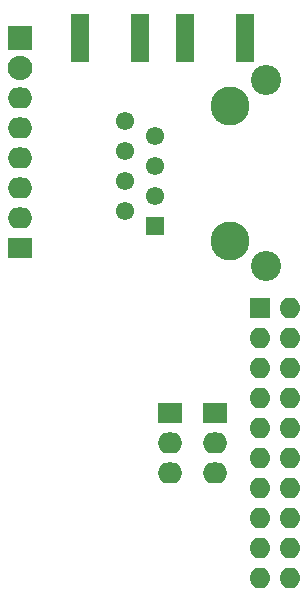
<source format=gbr>
G04 #@! TF.FileFunction,Soldermask,Bot*
%FSLAX46Y46*%
G04 Gerber Fmt 4.6, Leading zero omitted, Abs format (unit mm)*
G04 Created by KiCad (PCBNEW (2016-02-16 BZR 6568, Git 6c5f954)-product) date Sun 21 Feb 2016 12:13:02 PM EST*
%MOMM*%
G01*
G04 APERTURE LIST*
%ADD10C,0.100000*%
%ADD11C,3.302000*%
%ADD12R,1.551940X1.551940*%
%ADD13C,1.551940*%
%ADD14C,2.550800*%
%ADD15R,1.570800X4.110800*%
%ADD16R,2.082800X1.778000*%
%ADD17O,2.082800X1.778000*%
%ADD18R,1.778000X1.778000*%
%ADD19O,1.778000X1.778000*%
%ADD20R,2.082800X2.082800*%
%ADD21O,2.082800X2.082800*%
G04 APERTURE END LIST*
D10*
D11*
X124460000Y-55245000D03*
X124460000Y-66675000D03*
D12*
X118110000Y-65405000D03*
D13*
X115570000Y-64135000D03*
X118110000Y-62865000D03*
X115570000Y-61595000D03*
X118110000Y-60325000D03*
X115570000Y-59055000D03*
X118110000Y-57785000D03*
X115570000Y-56515000D03*
D14*
X127510000Y-68810000D03*
X127510000Y-53110000D03*
D15*
X111760000Y-49530000D03*
X116840000Y-49530000D03*
D16*
X119380000Y-81280000D03*
D17*
X119380000Y-83820000D03*
X119380000Y-86360000D03*
D15*
X120650000Y-49530000D03*
X125730000Y-49530000D03*
D16*
X106680000Y-67310000D03*
D17*
X106680000Y-64770000D03*
X106680000Y-62230000D03*
X106680000Y-59690000D03*
X106680000Y-57150000D03*
X106680000Y-54610000D03*
D16*
X123190000Y-81280000D03*
D17*
X123190000Y-83820000D03*
X123190000Y-86360000D03*
D18*
X127000000Y-72390000D03*
D19*
X129540000Y-72390000D03*
X127000000Y-74930000D03*
X129540000Y-74930000D03*
X127000000Y-77470000D03*
X129540000Y-77470000D03*
X127000000Y-80010000D03*
X129540000Y-80010000D03*
X127000000Y-82550000D03*
X129540000Y-82550000D03*
X127000000Y-85090000D03*
X129540000Y-85090000D03*
X127000000Y-87630000D03*
X129540000Y-87630000D03*
X127000000Y-90170000D03*
X129540000Y-90170000D03*
X127000000Y-92710000D03*
X129540000Y-92710000D03*
X127000000Y-95250000D03*
X129540000Y-95250000D03*
D20*
X106680000Y-49530000D03*
D21*
X106680000Y-52070000D03*
M02*

</source>
